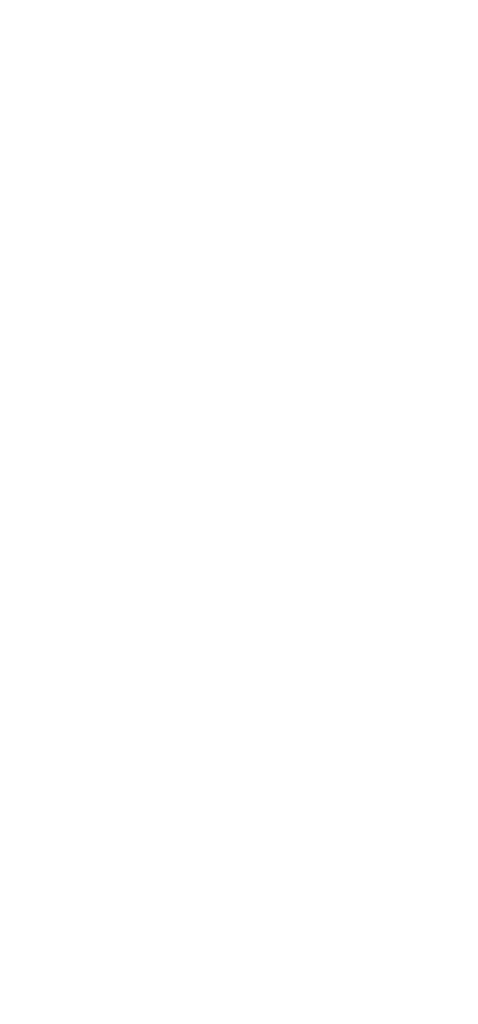
<source format=kicad_pcb>
(kicad_pcb
	(version 20241229)
	(generator "pcbnew")
	(generator_version "9.0")
	(general
		(thickness 1.6)
		(legacy_teardrops no)
	)
	(paper "A4")
	(layers
		(0 "F.Cu" signal)
		(4 "In1.Cu" signal)
		(6 "In2.Cu" signal)
		(2 "B.Cu" signal)
		(9 "F.Adhes" user "F.Adhesive")
		(11 "B.Adhes" user "B.Adhesive")
		(13 "F.Paste" user)
		(15 "B.Paste" user)
		(5 "F.SilkS" user "F.Silkscreen")
		(7 "B.SilkS" user "B.Silkscreen")
		(1 "F.Mask" user)
		(3 "B.Mask" user)
		(17 "Dwgs.User" user "User.Drawings")
		(19 "Cmts.User" user "User.Comments")
		(21 "Eco1.User" user "User.Eco1")
		(23 "Eco2.User" user "User.Eco2")
		(25 "Edge.Cuts" user)
		(27 "Margin" user)
		(31 "F.CrtYd" user "F.Courtyard")
		(29 "B.CrtYd" user "B.Courtyard")
		(35 "F.Fab" user)
		(33 "B.Fab" user)
		(39 "User.1" user)
		(41 "User.2" user)
		(43 "User.3" user)
		(45 "User.4" user)
	)
	(setup
		(stackup
			(layer "F.SilkS"
				(type "Top Silk Screen")
			)
			(layer "F.Paste"
				(type "Top Solder Paste")
			)
			(layer "F.Mask"
				(type "Top Solder Mask")
				(thickness 0.01)
			)
			(layer "F.Cu"
				(type "copper")
				(thickness 0.035)
			)
			(layer "dielectric 1"
				(type "prepreg")
				(thickness 0.1)
				(material "FR4")
				(epsilon_r 4.5)
				(loss_tangent 0.02)
			)
			(layer "In1.Cu"
				(type "copper")
				(thickness 0.035)
			)
			(layer "dielectric 2"
				(type "core")
				(thickness 1.24)
				(material "FR4")
				(epsilon_r 4.5)
				(loss_tangent 0.02)
			)
			(layer "In2.Cu"
				(type "copper")
				(thickness 0.035)
			)
			(layer "dielectric 3"
				(type "prepreg")
				(thickness 0.1)
				(material "FR4")
				(epsilon_r 4.5)
				(loss_tangent 0.02)
			)
			(layer "B.Cu"
				(type "copper")
				(thickness 0.035)
			)
			(layer "B.Mask"
				(type "Bottom Solder Mask")
				(thickness 0.01)
			)
			(layer "B.Paste"
				(type "Bottom Solder Paste")
			)
			(layer "B.SilkS"
				(type "Bottom Silk Screen")
			)
			(copper_finish "None")
			(dielectric_constraints no)
		)
		(pad_to_mask_clearance 0)
		(allow_soldermask_bridges_in_footprints no)
		(tenting front back)
		(pcbplotparams
			(layerselection 0x00000000_00000000_55555555_5755f5ff)
			(plot_on_all_layers_selection 0x00000000_00000000_00000000_00000000)
			(disableapertmacros no)
			(usegerberextensions no)
			(usegerberattributes yes)
			(usegerberadvancedattributes yes)
			(creategerberjobfile yes)
			(dashed_line_dash_ratio 12.000000)
			(dashed_line_gap_ratio 3.000000)
			(svgprecision 4)
			(plotframeref no)
			(mode 1)
			(useauxorigin no)
			(hpglpennumber 1)
			(hpglpenspeed 20)
			(hpglpendiameter 15.000000)
			(pdf_front_fp_property_popups yes)
			(pdf_back_fp_property_popups yes)
			(pdf_metadata yes)
			(pdf_single_document no)
			(dxfpolygonmode yes)
			(dxfimperialunits yes)
			(dxfusepcbnewfont yes)
			(psnegative no)
			(psa4output no)
			(plot_black_and_white yes)
			(sketchpadsonfab no)
			(plotpadnumbers no)
			(hidednponfab no)
			(sketchdnponfab yes)
			(crossoutdnponfab yes)
			(subtractmaskfromsilk no)
			(outputformat 1)
			(mirror no)
			(drillshape 1)
			(scaleselection 1)
			(outputdirectory "")
		)
	)
	(net 0 "")
	(gr_line
		(start -220.554444 132.88)
		(end -220.554444 -167.12)
		(stroke
			(width 0.1)
			(type dash_dot_dot)
		)
		(layer "Dwgs.User")
		(uuid "0a6b4dc7-09ed-48da-bab3-d5981b82c7be")
	)
	(gr_line
		(start -243.887778 132.88)
		(end -243.887778 -167.12)
		(stroke
			(width 0.1)
			(type dash_dot_dot)
		)
		(layer "Dwgs.User")
		(uuid "0ea5d2d8-7b6f-4a04-b25b-177283e0f795")
	)
	(gr_line
		(start -127.221111 -167.12)
		(end -267.221111 -167.12)
		(stroke
			(width 0.1)
			(type dash_dot_dot)
		)
		(layer "Dwgs.User")
		(uuid "1f6ee239-05a6-49e7-aba1-96642b12b37a")
	)
	(gr_line
		(start -204.998889 132.88)
		(end -204.998889 -167.12)
		(stroke
			(width 0.1)
			(type dash_dot_dot)
		)
		(layer "Dwgs.User")
		(uuid "26f8af9e-5be0-4ccb-8d42-a385276fdc15")
	)
	(gr_line
		(start -251.665555 132.88)
		(end -251.665555 -167.12)
		(stroke
			(width 0.1)
			(type dash_dot_dot)
		)
		(layer "Dwgs.User")
		(uuid "2ac99740-16bf-448b-a1c1-74a5ac99f51f")
	)
	(gr_line
		(start -158.332222 132.88)
		(end -158.332222 -167.12)
		(stroke
			(width 0.1)
			(type dash_dot_dot)
		)
		(layer "Dwgs.User")
		(uuid "2d1a6112-5dd9-4cd7-b132-5ad5a78fdf34")
	)
	(gr_line
		(start -142.776667 132.88)
		(end -142.776667 -167.12)
		(stroke
			(width 0.1)
			(type dash_dot_dot)
		)
		(layer "Dwgs.User")
		(uuid "2e9227e7-0290-490e-bf5d-388b14317ea3")
	)
	(gr_line
		(start -259.443333 132.88)
		(end -259.443333 -167.12)
		(stroke
			(width 0.1)
			(type dash_dot_dot)
		)
		(layer "Dwgs.User")
		(uuid "3dfa8b57-00e5-4e7d-ac2c-06d83623e8ef")
	)
	(gr_line
		(start -134.998889 132.88)
		(end -134.998889 -167.12)
		(stroke
			(width 0.1)
			(type dash_dot_dot)
		)
		(layer "Dwgs.User")
		(uuid "46a6adc7-3de9-4e9d-9096-e3595fb5d5ed")
	)
	(gr_line
		(start -236.11 132.88)
		(end -236.11 -167.12)
		(stroke
			(width 0.1)
			(type dash_dot_dot)
		)
		(layer "Dwgs.User")
		(uuid "4a725812-1a6f-4ded-80d2-91fa1f8b7dbc")
	)
	(gr_line
		(start -127.221111 132.88)
		(end -127.221111 -167.12)
		(stroke
			(width 0.1)
			(type dash_dot_dot)
		)
		(layer "Dwgs.User")
		(uuid "53160a8f-37d3-4f99-b03b-fbf75a42d26a")
	)
	(gr_line
		(start -181.665555 132.88)
		(end -181.665555 -167.12)
		(stroke
			(width 0.1)
			(type dash_dot_dot)
		)
		(layer "Dwgs.User")
		(uuid "6e8d2825-3274-407c-9b80-5edd10abb4a6")
	)
	(gr_line
		(start -197.221111 132.88)
		(end -197.221111 -167.12)
		(stroke
			(width 0.1)
			(type dash_dot_dot)
		)
		(layer "Dwgs.User")
		(uuid "7c52972f-d151-4532-b6e8-55ac4691156b")
	)
	(gr_rect
		(start -251.665555 -167.12)
		(end -243.887778 132.88)
		(stroke
			(width 0.1)
			(type solid)
		)
		(fill yes)
		(layer "Dwgs.User")
		(uuid "7f3b169d-e7c1-4d9a-ae92-c7ee03513d21")
	)
	(gr_line
		(start -150.554444 132.88)
		(end -150.554444 -167.12)
		(stroke
			(width 0.1)
			(type dash_dot_dot)
		)
		(layer "Dwgs.User")
		(uuid "8169c3f6-6257-426b-9fbb-d5c165973a1c")
	)
	(gr_line
		(start -173.887778 132.88)
		(end -173.887778 -167.12)
		(stroke
			(width 0.1)
			(type dash_dot_dot)
		)
		(layer "Dwgs.User")
		(uuid "846f6fff-7f4a-40ca-967d-9bdd16c94d39")
	)
	(gr_line
		(start -127.221111 132.88)
		(end -267.221111 132.88)
		(stroke
			(width 0.1)
			(type dash_dot_dot)
		)
		(layer "Dwgs.User")
		(uuid "8707b283-ba63-46ba-b669-66b019fda41e")
	)
	(gr_rect
		(start -150.554444 -167.12)
		(end -142.776667 132.88)
		(stroke
			(width 0.1)
			(type solid)
		)
		(fill yes)
		(layer "Dwgs.User")
		(uuid "ac52f281-03f1-486b-a8ed-b043b03766b3")
	)
	(gr_rect
		(start -181.665555 -167.12)
		(end -173.887778 132.88)
		(stroke
			(width 0.1)
			(type solid)
		)
		(fill yes)
		(layer "Dwgs.User")
		(uuid "ac995565-6589-4f06-86b5-f82113c45d92")
	)
	(gr_line
		(start -189.443333 132.88)
		(end -189.443333 -167.12)
		(stroke
			(width 0.1)
			(type dash_dot_dot)
		)
		(layer "Dwgs.User")
		(uuid "bc8ff988-19af-4173-b225-2912f2aecc83")
	)
	(gr_rect
		(start -220.554444 -167.12)
		(end -212.776667 132.88)
		(stroke
			(width 0.1)
			(type solid)
		)
		(fill yes)
		(layer "Dwgs.User")
		(uuid "d1bd392a-6b22-4b15-b4df-3fcad90d300b")
	)
	(gr_line
		(start -212.776667 132.88)
		(end -212.776667 -167.12)
		(stroke
			(width 0.1)
			(type dash_dot_dot)
		)
		(layer "Dwgs.User")
		(uuid "e00a54ca-d023-40c1-8b62-632900fa15ba")
	)
	(gr_line
		(start -166.11 132.88)
		(end -166.11 -167.12)
		(stroke
			(width 0.1)
			(type dash_dot_dot)
		)
		(layer "Dwgs.User")
		(uuid "e8a66045-9ea6-4ea3-8cc3-a9be746c4c55")
	)
	(gr_line
		(start -228.332222 132.88)
		(end -228.332222 -167.12)
		(stroke
			(width 0.1)
			(type dash_dot_dot)
		)
		(layer "Dwgs.User")
		(uuid "f94b7a25-dfd7-431f-b4b4-da44c6bb0f31")
	)
	(gr_line
		(start -267.221111 132.88)
		(end -267.221111 -167.12)
		(stroke
			(width 0.1)
			(type dash_dot_dot)
		)
		(layer "Dwgs.User")
		(uuid "fdcb02be-073b-4a2f-a888-271b1f886953")
	)
	(group ""
		(uuid "6231cec5-3b97-4488-810f-ec5fd27f8b1a")
		(members "0a6b4dc7-09ed-48da-bab3-d5981b82c7be" "0ea5d2d8-7b6f-4a04-b25b-177283e0f795"
			"1f6ee239-05a6-49e7-aba1-96642b12b37a" "26f8af9e-5be0-4ccb-8d42-a385276fdc15"
			"2ac99740-16bf-448b-a1c1-74a5ac99f51f" "2d1a6112-5dd9-4cd7-b132-5ad5a78fdf34"
			"2e9227e7-0290-490e-bf5d-388b14317ea3" "3dfa8b57-00e5-4e7d-ac2c-06d83623e8ef"
			"46a6adc7-3de9-4e9d-9096-e3595fb5d5ed" "4a725812-1a6f-4ded-80d2-91fa1f8b7dbc"
			"53160a8f-37d3-4f99-b03b-fbf75a42d26a" "6e8d2825-3274-407c-9b80-5edd10abb4a6"
			"7c52972f-d151-4532-b6e8-55ac4691156b" "7f3b169d-e7c1-4d9a-ae92-c7ee03513d21"
			"8169c3f6-6257-426b-9fbb-d5c165973a1c" "846f6fff-7f4a-40ca-967d-9bdd16c94d39"
			"8707b283-ba63-46ba-b669-66b019fda41e" "ac52f281-03f1-486b-a8ed-b043b03766b3"
			"ac995565-6589-4f06-86b5-f82113c45d92" "bc8ff988-19af-4173-b225-2912f2aecc83"
			"d1bd392a-6b22-4b15-b4df-3fcad90d300b" "e00a54ca-d023-40c1-8b62-632900fa15ba"
			"e8a66045-9ea6-4ea3-8cc3-a9be746c4c55" "f94b7a25-dfd7-431f-b4b4-da44c6bb0f31"
			"fdcb02be-073b-4a2f-a888-271b1f886953"
		)
	)
	(embedded_fonts no)
)

</source>
